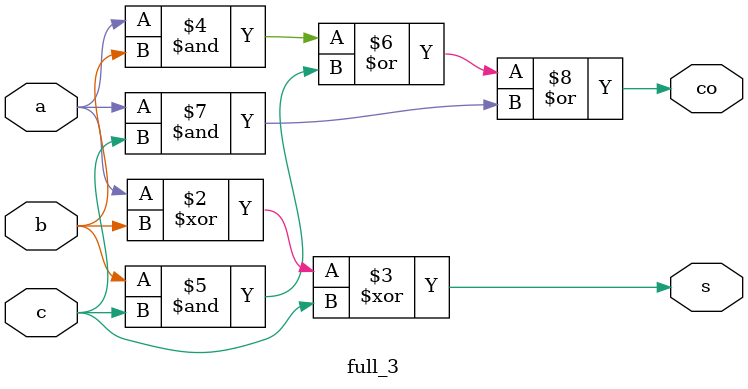
<source format=v>
`timescale 1ns / 1ps


module add_4_bit(s,co,a,b,ci);
input [3:0] a,b;
input ci;
output [3:0] s;
output co;
wire [2:0] c;
full_3 add1(s[0],c[0],a[0],b[0],ci);
full_3 add2(s[1],c[1],a[1],b[1],c[0]);
full_3 add3(s[2],c[2],a[2],b[2],c[1]);
full_3 add4(s[3],co,a[3],b[3],c[2]);
endmodule

module full_3(s,co,a,b,c);
input a,b,c;
output reg s,co;
always @(*)
begin
s=a^b^c;
co=(a&b)|(b&c)|(a&c);
end
endmodule



 

</source>
